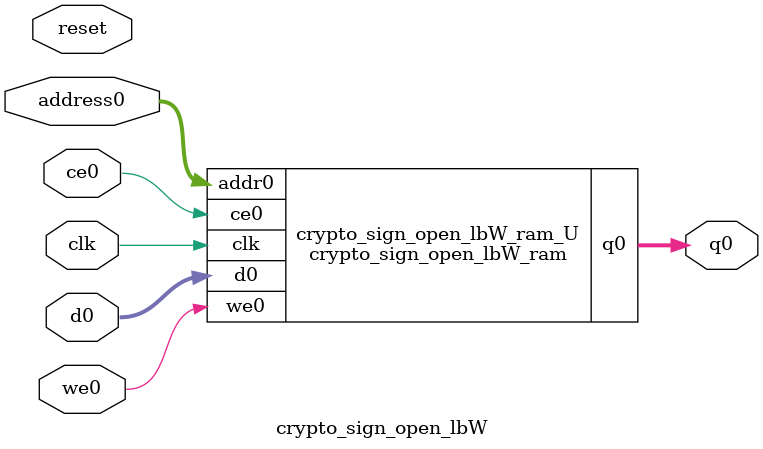
<source format=v>

`timescale 1 ns / 1 ps
module crypto_sign_open_lbW_ram (addr0, ce0, d0, we0, q0,  clk);

parameter DWIDTH = 23;
parameter AWIDTH = 13;
parameter MEM_SIZE = 5120;

input[AWIDTH-1:0] addr0;
input ce0;
input[DWIDTH-1:0] d0;
input we0;
output reg[DWIDTH-1:0] q0;
input clk;

(* ram_style = "block" *)reg [DWIDTH-1:0] ram[0:MEM_SIZE-1];




always @(posedge clk)  
begin 
    if (ce0) 
    begin
        if (we0) 
        begin 
            ram[addr0] <= d0; 
            q0 <= d0;
        end 
        else 
            q0 <= ram[addr0];
    end
end


endmodule


`timescale 1 ns / 1 ps
module crypto_sign_open_lbW(
    reset,
    clk,
    address0,
    ce0,
    we0,
    d0,
    q0);

parameter DataWidth = 32'd23;
parameter AddressRange = 32'd5120;
parameter AddressWidth = 32'd13;
input reset;
input clk;
input[AddressWidth - 1:0] address0;
input ce0;
input we0;
input[DataWidth - 1:0] d0;
output[DataWidth - 1:0] q0;



crypto_sign_open_lbW_ram crypto_sign_open_lbW_ram_U(
    .clk( clk ),
    .addr0( address0 ),
    .ce0( ce0 ),
    .we0( we0 ),
    .d0( d0 ),
    .q0( q0 ));

endmodule


</source>
